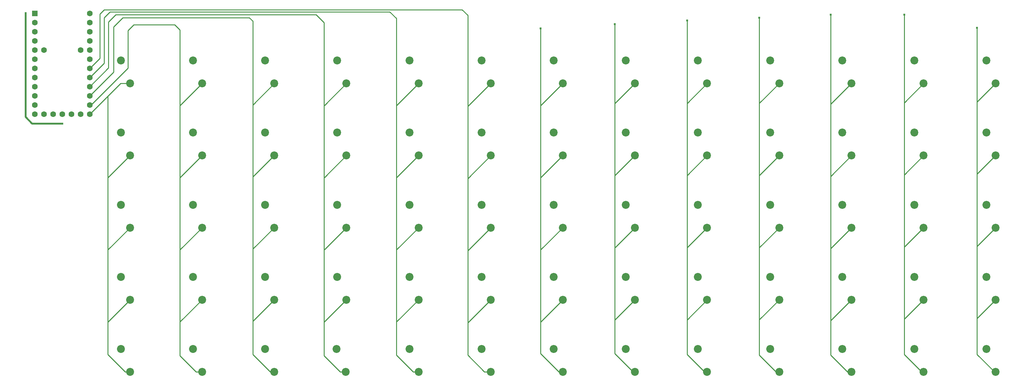
<source format=gtl>
G04 ---------------------------- Layer name :TOP LAYER*
G04 EasyEDA v5.4.12, Fri, 01 Jun 2018 01:53:27 GMT*
G04 b752a15d14d94793b98c049bcf485ef1*
G04 Gerber Generator version 0.2*
G04 Scale: 100 percent, Rotated: No, Reflected: No *
G04 Dimensions in millimeters *
G04 leading zeros omitted , absolute positions ,3 integer and 3 decimal *
%FSLAX33Y33*%
%MOMM*%
G90*
G71D02*

%ADD10C,0.254000*%
%ADD11C,0.508000*%
%ADD12C,0.619760*%
%ADD13C,2.199996*%
%ADD14C,1.599997*%
%ADD15R,1.599997X1.599997*%

%LPD*%
G54D10*
G01X56972Y43948D02*
G01X50800Y37776D01*
G01X50800Y37707D01*
G01X56972Y63948D02*
G01X50800Y57776D01*
G01X50800Y57699D01*
G01X56972Y83948D02*
G01X50800Y77776D01*
G01X50800Y77699D01*
G01X256971Y83948D02*
G01X251599Y78576D01*
G01X251599Y78510D01*
G54D11*
G01X8001Y103399D02*
G01X8001Y74601D01*
G01X8001Y74601D01*
G01X9799Y72800D01*
G01X18199Y72800D01*
G01X18199Y72800D01*
G54D10*
G01X271800Y99399D02*
G01X271800Y10999D01*
G01X271800Y10999D02*
G01X271800Y8799D01*
G01X251599Y8799D02*
G01X251599Y103000D01*
G01X231198Y103000D02*
G01X231198Y18695D01*
G01X231198Y18695D01*
G01X231198Y18695D02*
G01X231198Y8599D01*
G01X211401Y102198D02*
G01X211401Y58802D01*
G01X211399Y58799D01*
G01X211399Y8599D01*
G01X191401Y101398D02*
G01X191399Y101395D01*
G01X191399Y8799D01*
G01X171401Y100397D02*
G01X171399Y100394D01*
G01X171399Y9000D01*
G01X150799Y99198D02*
G01X150799Y99198D01*
G01X150799Y9000D01*
G01X25819Y88131D02*
G01X28600Y90912D01*
G01X28600Y103198D01*
G01X29799Y104400D01*
G01X129001Y104400D01*
G01X130599Y102800D01*
G01X130599Y8599D01*
G01X25819Y85591D02*
G01X29799Y89571D01*
G01X29799Y102200D01*
G01X31399Y103800D01*
G01X108999Y103800D01*
G01X110799Y102000D01*
G01X110799Y8599D01*
G01X25819Y83051D02*
G01X31000Y88233D01*
G01X31000Y100999D01*
G01X32999Y103000D01*
G01X88600Y103000D01*
G01X90799Y100798D01*
G01X90799Y8401D01*
G01X25819Y80511D02*
G01X32400Y87092D01*
G01X32400Y99599D01*
G01X35001Y102200D01*
G01X69999Y102200D01*
G01X71000Y101199D01*
G01X71000Y8799D01*
G01X30825Y80437D02*
G01X30800Y8799D01*
G01X25819Y75431D02*
G01X34335Y83948D01*
G01X36972Y83948D01*
G01X30800Y8799D02*
G01X35651Y3948D01*
G01X36972Y3948D01*
G01X90799Y8401D02*
G01X95252Y3948D01*
G01X96766Y3948D01*
G01X71000Y8799D02*
G01X75399Y4400D01*
G01X75399Y4400D01*
G01X75852Y3948D01*
G01X76972Y3948D01*
G01X110799Y8599D02*
G01X115450Y3948D01*
G01X116972Y3948D01*
G01X130599Y8599D02*
G01X135249Y3948D01*
G01X136972Y3948D01*
G01X150799Y9000D02*
G01X155851Y3948D01*
G01X156972Y3948D01*
G01X171399Y9000D02*
G01X176451Y3948D01*
G01X176971Y3948D01*
G01X191399Y8799D02*
G01X196250Y3948D01*
G01X196971Y3948D01*
G01X211399Y8599D02*
G01X216049Y3948D01*
G01X216971Y3948D01*
G01X231198Y8599D02*
G01X235849Y3948D01*
G01X236971Y3948D01*
G01X251599Y8799D02*
G01X256451Y3948D01*
G01X256971Y3948D01*
G01X271800Y8799D02*
G01X276651Y3948D01*
G01X276971Y3948D01*
G01X36972Y63948D02*
G01X30944Y57920D01*
G01X30817Y57920D01*
G01X36972Y43948D02*
G01X30810Y37786D01*
G01X30810Y37745D01*
G01X36972Y23948D02*
G01X30802Y17778D01*
G01X30802Y17692D01*
G01X76972Y83948D02*
G01X71000Y77976D01*
G01X71000Y77918D01*
G01X76972Y63948D02*
G01X71122Y58098D01*
G01X71000Y58098D01*
G01X76972Y43948D02*
G01X71069Y38045D01*
G01X71000Y38045D01*
G01X76972Y23948D02*
G01X71114Y18091D01*
G01X71000Y18091D01*
G01X96972Y83948D02*
G01X90911Y77887D01*
G01X90799Y77887D01*
G01X96972Y63948D02*
G01X90916Y57892D01*
G01X90799Y57892D01*
G01X96972Y43948D02*
G01X90896Y37872D01*
G01X90799Y37872D01*
G01X96972Y23948D02*
G01X90817Y17793D01*
G01X90799Y17793D01*
G01X116972Y83948D02*
G01X110799Y77776D01*
G01X110799Y77707D01*
G01X116972Y63948D02*
G01X110799Y57776D01*
G01X110799Y57760D01*
G01X116972Y43948D02*
G01X110799Y37776D01*
G01X110799Y37738D01*
G01X116972Y23948D02*
G01X110926Y17903D01*
G01X110799Y17903D01*
G01X136972Y83948D02*
G01X130599Y77575D01*
G01X130599Y77539D01*
G01X136972Y63948D02*
G01X130599Y57575D01*
G01X130599Y57570D01*
G01X136972Y43948D02*
G01X130693Y37669D01*
G01X130599Y37669D01*
G01X136972Y23948D02*
G01X130624Y17600D01*
G01X130599Y17600D01*
G01X156972Y23948D02*
G01X150799Y17776D01*
G01X150799Y17776D01*
G01X156972Y43948D02*
G01X150799Y37776D01*
G01X150799Y37717D01*
G01X156972Y63948D02*
G01X150799Y57776D01*
G01X150799Y57702D01*
G01X156972Y83948D02*
G01X150799Y77776D01*
G01X150799Y77710D01*
G01X176971Y83948D02*
G01X171399Y78375D01*
G01X171399Y78370D01*
G01X176971Y63948D02*
G01X171399Y58375D01*
G01X171399Y58312D01*
G01X176971Y43948D02*
G01X171500Y38477D01*
G01X171399Y38477D01*
G01X176971Y23948D02*
G01X171399Y18375D01*
G01X171399Y18345D01*
G01X196971Y23948D02*
G01X191399Y18375D01*
G01X191399Y18314D01*
G01X196971Y43948D02*
G01X191411Y38388D01*
G01X191399Y38388D01*
G01X196971Y63948D02*
G01X191399Y58375D01*
G01X191399Y58322D01*
G01X196971Y83948D02*
G01X191399Y78375D01*
G01X191399Y78357D01*
G01X216971Y83948D02*
G01X211434Y78411D01*
G01X211401Y78411D01*
G01X216971Y63948D02*
G01X211526Y58502D01*
G01X211399Y58502D01*
G01X216971Y43948D02*
G01X211416Y38393D01*
G01X211399Y38393D01*
G01X216971Y23948D02*
G01X211515Y18492D01*
G01X211399Y18492D01*
G01X236971Y83948D02*
G01X231198Y78174D01*
G01X231198Y78157D01*
G01X236971Y63948D02*
G01X231198Y58174D01*
G01X231198Y58096D01*
G01X236971Y43948D02*
G01X231198Y38174D01*
G01X231198Y38103D01*
G01X236971Y23948D02*
G01X231302Y18279D01*
G01X231198Y18279D01*
G01X256971Y23948D02*
G01X251602Y18578D01*
G01X251599Y18578D01*
G01X256971Y43948D02*
G01X251599Y38576D01*
G01X251599Y38512D01*
G01X256971Y63948D02*
G01X251599Y58576D01*
G01X251599Y58492D01*
G01X276971Y63948D02*
G01X271800Y58776D01*
G01X271800Y58718D01*
G01X276971Y23948D02*
G01X271800Y18776D01*
G01X271800Y18774D01*
G01X276971Y43948D02*
G01X271800Y38776D01*
G01X271800Y38728D01*
G01X276971Y83948D02*
G01X271800Y78776D01*
G01X271800Y78515D01*
G01X25819Y77971D02*
G01X26172Y77971D01*
G01X36400Y88200D01*
G01X36400Y98598D01*
G01X38000Y100199D01*
G01X48999Y100199D01*
G01X49400Y100199D01*
G01X50800Y98799D01*
G01X50800Y8398D01*
G01X50800Y8398D02*
G01X55250Y3948D01*
G01X56972Y3948D01*
G01X56972Y23948D02*
G01X50906Y17882D01*
G01X50800Y17882D01*
G54D13*
G01X36972Y83948D03*
G01X34432Y90298D03*
G01X56972Y83948D03*
G01X54432Y90298D03*
G01X76972Y83948D03*
G01X74432Y90298D03*
G01X96972Y83948D03*
G01X94432Y90298D03*
G01X116972Y83948D03*
G01X114432Y90298D03*
G01X136972Y83948D03*
G01X134432Y90298D03*
G01X156972Y83948D03*
G01X154432Y90298D03*
G01X176971Y83948D03*
G01X174431Y90298D03*
G01X196971Y83948D03*
G01X194431Y90298D03*
G01X216971Y83948D03*
G01X214431Y90298D03*
G01X236971Y83948D03*
G01X234431Y90298D03*
G01X256971Y83948D03*
G01X254431Y90298D03*
G01X276971Y83948D03*
G01X274431Y90298D03*
G01X36972Y63948D03*
G01X34432Y70298D03*
G01X56972Y63948D03*
G01X54432Y70298D03*
G01X76972Y63948D03*
G01X74432Y70298D03*
G01X96972Y63948D03*
G01X94432Y70298D03*
G01X116972Y63948D03*
G01X114432Y70298D03*
G01X136972Y63948D03*
G01X134432Y70298D03*
G01X156972Y63948D03*
G01X154432Y70298D03*
G01X176971Y63948D03*
G01X174431Y70298D03*
G01X196971Y63948D03*
G01X194431Y70298D03*
G01X216971Y63948D03*
G01X214431Y70298D03*
G01X236971Y63948D03*
G01X234431Y70298D03*
G01X256971Y63948D03*
G01X254431Y70298D03*
G01X276971Y63948D03*
G01X274431Y70298D03*
G01X36972Y43948D03*
G01X34432Y50298D03*
G01X56972Y43948D03*
G01X54432Y50298D03*
G01X76972Y43948D03*
G01X74432Y50298D03*
G01X96972Y43948D03*
G01X94432Y50298D03*
G01X116972Y43948D03*
G01X114432Y50298D03*
G01X136972Y43948D03*
G01X134432Y50298D03*
G01X156972Y43948D03*
G01X154432Y50298D03*
G01X176971Y43948D03*
G01X174431Y50298D03*
G01X196971Y43948D03*
G01X194431Y50298D03*
G01X216971Y43948D03*
G01X214431Y50298D03*
G01X236971Y43948D03*
G01X234431Y50298D03*
G01X256971Y43948D03*
G01X254431Y50298D03*
G01X276971Y43948D03*
G01X274431Y50298D03*
G01X36972Y23948D03*
G01X34432Y30298D03*
G01X56972Y23948D03*
G01X54432Y30298D03*
G01X76972Y23948D03*
G01X74432Y30298D03*
G01X96972Y23948D03*
G01X94432Y30298D03*
G01X116972Y23948D03*
G01X114432Y30298D03*
G01X136972Y23948D03*
G01X134432Y30298D03*
G01X156972Y23948D03*
G01X154432Y30298D03*
G01X176971Y23948D03*
G01X174431Y30298D03*
G01X196971Y23948D03*
G01X194431Y30298D03*
G01X216971Y23948D03*
G01X214431Y30298D03*
G01X236971Y23948D03*
G01X234431Y30298D03*
G01X256971Y23948D03*
G01X254431Y30298D03*
G01X276971Y23948D03*
G01X274431Y30298D03*
G01X36972Y3948D03*
G01X34432Y10298D03*
G01X56972Y3948D03*
G01X54432Y10298D03*
G01X76972Y3948D03*
G01X74432Y10298D03*
G01X96766Y3948D03*
G01X94226Y10298D03*
G01X116972Y3948D03*
G01X114432Y10298D03*
G01X136972Y3948D03*
G01X134432Y10298D03*
G01X156972Y3948D03*
G01X154432Y10298D03*
G01X176971Y3948D03*
G01X174431Y10298D03*
G01X196971Y3948D03*
G01X194431Y10298D03*
G01X216971Y3948D03*
G01X214431Y10298D03*
G01X236971Y3948D03*
G01X234431Y10298D03*
G01X256971Y3948D03*
G01X254431Y10298D03*
G01X276971Y3948D03*
G01X274431Y10298D03*
G54D14*
G01X25819Y103371D03*
G01X25819Y100831D03*
G01X25819Y98291D03*
G01X25819Y95751D03*
G01X25819Y93211D03*
G01X25819Y88131D03*
G01X25819Y90671D03*
G01X25819Y85591D03*
G01X25819Y83051D03*
G01X25819Y80511D03*
G01X25819Y75431D03*
G01X25819Y77971D03*
G54D15*
G01X10579Y103371D03*
G54D14*
G01X10579Y100831D03*
G01X10579Y98291D03*
G01X10579Y95751D03*
G01X10579Y93211D03*
G01X10579Y88131D03*
G01X10579Y90671D03*
G01X10579Y85591D03*
G01X10579Y83051D03*
G01X10579Y80511D03*
G01X10579Y75431D03*
G01X10579Y77971D03*
G01X13119Y75431D03*
G01X15659Y75431D03*
G01X18199Y75431D03*
G01X20739Y75431D03*
G01X23279Y75431D03*
G01X13119Y93211D03*
G01X23279Y93211D03*
G54D12*
G01X8001Y103399D03*
G01X18199Y72800D03*
G01X271800Y99399D03*
G01X231198Y103000D03*
G01X211401Y102198D03*
G01X191401Y101398D03*
G01X171401Y100397D03*
G01X150802Y99198D03*
G01X251599Y103000D03*
M00*
M02*

</source>
